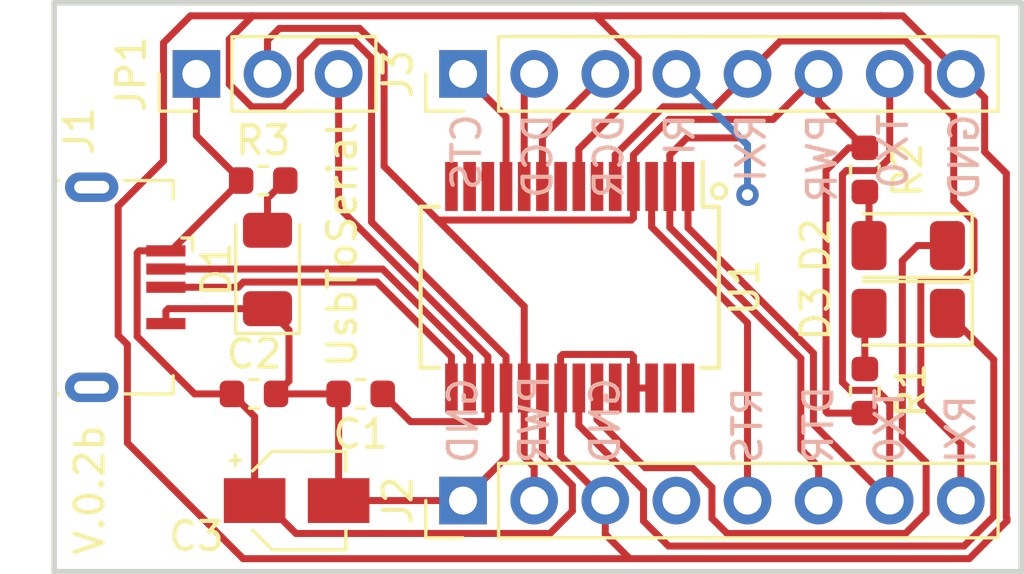
<source format=kicad_pcb>
(kicad_pcb (version 20171130) (host pcbnew "(5.0.1)-3")

  (general
    (thickness 1.6)
    (drawings 39)
    (tracks 208)
    (zones 0)
    (modules 14)
    (nets 27)
  )

  (page A4)
  (layers
    (0 F.Cu signal)
    (31 B.Cu signal)
    (32 B.Adhes user)
    (33 F.Adhes user)
    (34 B.Paste user)
    (35 F.Paste user)
    (36 B.SilkS user)
    (37 F.SilkS user)
    (38 B.Mask user)
    (39 F.Mask user)
    (40 Dwgs.User user)
    (41 Cmts.User user)
    (42 Eco1.User user hide)
    (43 Eco2.User user hide)
    (44 Edge.Cuts user)
    (45 Margin user)
    (46 B.CrtYd user)
    (47 F.CrtYd user)
    (48 B.Fab user hide)
    (49 F.Fab user hide)
  )

  (setup
    (last_trace_width 0.25)
    (trace_clearance 0.2)
    (zone_clearance 0.508)
    (zone_45_only no)
    (trace_min 0.2)
    (segment_width 0.2)
    (edge_width 0.15)
    (via_size 0.8)
    (via_drill 0.4)
    (via_min_size 0.4)
    (via_min_drill 0.3)
    (uvia_size 0.3)
    (uvia_drill 0.1)
    (uvias_allowed no)
    (uvia_min_size 0.2)
    (uvia_min_drill 0.1)
    (pcb_text_width 0.3)
    (pcb_text_size 1.5 1.5)
    (mod_edge_width 0.15)
    (mod_text_size 1 1)
    (mod_text_width 0.15)
    (pad_size 1.75 1.9)
    (pad_drill 0)
    (pad_to_mask_clearance 0.051)
    (solder_mask_min_width 0.25)
    (aux_axis_origin 0 0)
    (visible_elements 7FFFFFFF)
    (pcbplotparams
      (layerselection 0x010fc_ffffffff)
      (usegerberextensions false)
      (usegerberattributes false)
      (usegerberadvancedattributes false)
      (creategerberjobfile false)
      (excludeedgelayer true)
      (linewidth 0.100000)
      (plotframeref false)
      (viasonmask false)
      (mode 1)
      (useauxorigin false)
      (hpglpennumber 1)
      (hpglpenspeed 20)
      (hpglpendiameter 15.000000)
      (psnegative false)
      (psa4output false)
      (plotreference true)
      (plotvalue true)
      (plotinvisibletext false)
      (padsonsilk false)
      (subtractmaskfromsilk false)
      (outputformat 1)
      (mirror false)
      (drillshape 0)
      (scaleselection 1)
      (outputdirectory "Gerber/"))
  )

  (net 0 "")
  (net 1 +5V)
  (net 2 GNDREF)
  (net 3 "Net-(D2-Pad2)")
  (net 4 "Net-(D2-Pad1)")
  (net 5 "Net-(D3-Pad1)")
  (net 6 "Net-(D3-Pad2)")
  (net 7 "Net-(J1-Pad6)")
  (net 8 "Net-(J1-Pad2)")
  (net 9 "Net-(J1-Pad3)")
  (net 10 "Net-(U1-Pad12)")
  (net 11 "Net-(U1-Pad13)")
  (net 12 "Net-(U1-Pad14)")
  (net 13 "Net-(U1-Pad27)")
  (net 14 "Net-(U1-Pad28)")
  (net 15 "Net-(D1-Pad2)")
  (net 16 CTS)
  (net 17 PWR)
  (net 18 RXI)
  (net 19 DTR)
  (net 20 +3V3)
  (net 21 TX0)
  (net 22 RTS)
  (net 23 DCR)
  (net 24 DCD)
  (net 25 "Net-(J2-Pad4)")
  (net 26 "Net-(U1-Pad6)")

  (net_class Default "This is the default net class."
    (clearance 0.2)
    (trace_width 0.25)
    (via_dia 0.8)
    (via_drill 0.4)
    (uvia_dia 0.3)
    (uvia_drill 0.1)
    (add_net +3V3)
    (add_net +5V)
    (add_net CTS)
    (add_net DCD)
    (add_net DCR)
    (add_net DTR)
    (add_net GNDREF)
    (add_net "Net-(D1-Pad2)")
    (add_net "Net-(D2-Pad1)")
    (add_net "Net-(D2-Pad2)")
    (add_net "Net-(D3-Pad1)")
    (add_net "Net-(D3-Pad2)")
    (add_net "Net-(J1-Pad2)")
    (add_net "Net-(J1-Pad3)")
    (add_net "Net-(J1-Pad6)")
    (add_net "Net-(J2-Pad4)")
    (add_net "Net-(U1-Pad12)")
    (add_net "Net-(U1-Pad13)")
    (add_net "Net-(U1-Pad14)")
    (add_net "Net-(U1-Pad27)")
    (add_net "Net-(U1-Pad28)")
    (add_net "Net-(U1-Pad6)")
    (add_net PWR)
    (add_net RTS)
    (add_net RXI)
    (add_net TX0)
  )

  (module Connector_USB:USB_Micro-B_GCT_USB3076-30-A (layer F.Cu) (tedit 5D26EAAA) (tstamp 5D26F2D8)
    (at 80.645 80.01 270)
    (descr "GCT Micro USB https://gct.co/files/drawings/usb3076.pdf")
    (tags "Micro-USB SMD Typ-B GCT")
    (path /5D1BC55B)
    (attr smd)
    (fp_text reference J1 (at -5.588 1.651 270) (layer F.SilkS)
      (effects (font (size 1 1) (thickness 0.15)))
    )
    (fp_text value USB_B_Micro (at 0 5.2 270) (layer F.Fab)
      (effects (font (size 1 1) (thickness 0.15)))
    )
    (fp_line (start -4.6 4.45) (end 4.6 4.45) (layer F.CrtYd) (width 0.05))
    (fp_line (start 4.6 -2.65) (end 4.6 4.45) (layer F.CrtYd) (width 0.05))
    (fp_line (start -4.6 -2.65) (end 4.6 -2.65) (layer F.CrtYd) (width 0.05))
    (fp_line (start -4.6 4.45) (end -4.6 -2.65) (layer F.CrtYd) (width 0.05))
    (fp_text user "PCB Edge" (at 0 2.65 270) (layer Dwgs.User)
      (effects (font (size 0.5 0.5) (thickness 0.08)))
    )
    (fp_line (start -3.81 -1.71) (end -3.15 -1.71) (layer F.SilkS) (width 0.12))
    (fp_line (start -3.81 0.02) (end -3.81 -1.71) (layer F.SilkS) (width 0.12))
    (fp_line (start 3.81 2.59) (end 3.81 2.38) (layer F.SilkS) (width 0.12))
    (fp_line (start 3.7 3.95) (end 3.7 -1.6) (layer F.Fab) (width 0.1))
    (fp_line (start -3 2.65) (end 3 2.65) (layer F.Fab) (width 0.1))
    (fp_line (start -3.7 3.95) (end 3.7 3.95) (layer F.Fab) (width 0.1))
    (fp_line (start -3.7 -1.6) (end 3.7 -1.6) (layer F.Fab) (width 0.1))
    (fp_line (start -3.7 3.95) (end -3.7 -1.6) (layer F.Fab) (width 0.1))
    (fp_line (start -3.81 2.59) (end -3.81 2.38) (layer F.SilkS) (width 0.12))
    (fp_line (start 3.81 0.02) (end 3.81 -1.71) (layer F.SilkS) (width 0.12))
    (fp_line (start 3.81 -1.71) (end 3.16 -1.71) (layer F.SilkS) (width 0.12))
    (fp_text user %R (at 0 0.85 270) (layer F.Fab)
      (effects (font (size 1 1) (thickness 0.15)))
    )
    (fp_line (start -1.76 -2.41) (end -1.31 -2.41) (layer F.SilkS) (width 0.12))
    (fp_line (start -1.76 -2.41) (end -1.76 -2.02) (layer F.SilkS) (width 0.12))
    (fp_line (start -1.3 -1.75) (end -1.5 -1.95) (layer F.Fab) (width 0.1))
    (fp_line (start -1.1 -1.95) (end -1.3 -1.75) (layer F.Fab) (width 0.1))
    (fp_line (start -1.5 -2.16) (end -1.1 -2.16) (layer F.Fab) (width 0.1))
    (fp_line (start -1.5 -2.16) (end -1.5 -1.95) (layer F.Fab) (width 0.1))
    (fp_line (start -1.1 -2.16) (end -1.1 -1.95) (layer F.Fab) (width 0.1))
    (pad 2 smd rect (at -0.65 -1.45 270) (size 0.4 1.4) (layers F.Cu F.Paste F.Mask)
      (net 8 "Net-(J1-Pad2)"))
    (pad 1 smd rect (at -1.3 -1.45 270) (size 0.4 1.4) (layers F.Cu F.Paste F.Mask)
      (net 1 +5V))
    (pad 5 smd rect (at 1.3 -1.45 270) (size 0.4 1.4) (layers F.Cu F.Paste F.Mask)
      (net 2 GNDREF))
    (pad 3 smd rect (at 0 -1.45 270) (size 0.4 1.4) (layers F.Cu F.Paste F.Mask)
      (net 9 "Net-(J1-Pad3)"))
    (pad 6 thru_hole oval (at -3.575 1.2 90) (size 1.05 1.9) (drill oval 0.45 1.25) (layers *.Cu *.Mask)
      (net 7 "Net-(J1-Pad6)"))
    (pad 6 thru_hole oval (at 3.575 1.2 270) (size 1.05 1.9) (drill oval 0.45 1.25) (layers *.Cu *.Mask)
      (net 7 "Net-(J1-Pad6)"))
    (model ${KISYS3DMOD}/Connector_USB.3dshapes/USB_Micro-B_GCT_USB3076-30-A.wrl
      (at (xyz 0 0 0))
      (scale (xyz 1 1 1))
      (rotate (xyz 0 0 0))
    )
  )

  (module Capacitor_SMD:C_0603_1608Metric (layer F.Cu) (tedit 5B301BBE) (tstamp 5D26F243)
    (at 89.0525 83.82 180)
    (descr "Capacitor SMD 0603 (1608 Metric), square (rectangular) end terminal, IPC_7351 nominal, (Body size source: http://www.tortai-tech.com/upload/download/2011102023233369053.pdf), generated with kicad-footprint-generator")
    (tags capacitor)
    (path /5D1BD4CB)
    (attr smd)
    (fp_text reference C1 (at 0 -1.43 180) (layer F.SilkS)
      (effects (font (size 1 1) (thickness 0.15)))
    )
    (fp_text value 100nf (at 0 1.43 180) (layer F.Fab)
      (effects (font (size 1 1) (thickness 0.15)))
    )
    (fp_text user %R (at 0 0 180) (layer F.Fab)
      (effects (font (size 0.4 0.4) (thickness 0.06)))
    )
    (fp_line (start 1.48 0.73) (end -1.48 0.73) (layer F.CrtYd) (width 0.05))
    (fp_line (start 1.48 -0.73) (end 1.48 0.73) (layer F.CrtYd) (width 0.05))
    (fp_line (start -1.48 -0.73) (end 1.48 -0.73) (layer F.CrtYd) (width 0.05))
    (fp_line (start -1.48 0.73) (end -1.48 -0.73) (layer F.CrtYd) (width 0.05))
    (fp_line (start -0.162779 0.51) (end 0.162779 0.51) (layer F.SilkS) (width 0.12))
    (fp_line (start -0.162779 -0.51) (end 0.162779 -0.51) (layer F.SilkS) (width 0.12))
    (fp_line (start 0.8 0.4) (end -0.8 0.4) (layer F.Fab) (width 0.1))
    (fp_line (start 0.8 -0.4) (end 0.8 0.4) (layer F.Fab) (width 0.1))
    (fp_line (start -0.8 -0.4) (end 0.8 -0.4) (layer F.Fab) (width 0.1))
    (fp_line (start -0.8 0.4) (end -0.8 -0.4) (layer F.Fab) (width 0.1))
    (pad 2 smd roundrect (at 0.7875 0 180) (size 0.875 0.95) (layers F.Cu F.Paste F.Mask) (roundrect_rratio 0.25)
      (net 2 GNDREF))
    (pad 1 smd roundrect (at -0.7875 0 180) (size 0.875 0.95) (layers F.Cu F.Paste F.Mask) (roundrect_rratio 0.25)
      (net 20 +3V3))
    (model ${KISYS3DMOD}/Capacitor_SMD.3dshapes/C_0603_1608Metric.wrl
      (at (xyz 0 0 0))
      (scale (xyz 1 1 1))
      (rotate (xyz 0 0 0))
    )
  )

  (module Capacitor_SMD:C_0603_1608Metric (layer F.Cu) (tedit 5B301BBE) (tstamp 5D26F254)
    (at 85.2425 83.82)
    (descr "Capacitor SMD 0603 (1608 Metric), square (rectangular) end terminal, IPC_7351 nominal, (Body size source: http://www.tortai-tech.com/upload/download/2011102023233369053.pdf), generated with kicad-footprint-generator")
    (tags capacitor)
    (path /5D218603)
    (attr smd)
    (fp_text reference C2 (at 0 -1.43) (layer F.SilkS)
      (effects (font (size 1 1) (thickness 0.15)))
    )
    (fp_text value 100nF (at 0 1.43) (layer F.Fab)
      (effects (font (size 1 1) (thickness 0.15)))
    )
    (fp_line (start -0.8 0.4) (end -0.8 -0.4) (layer F.Fab) (width 0.1))
    (fp_line (start -0.8 -0.4) (end 0.8 -0.4) (layer F.Fab) (width 0.1))
    (fp_line (start 0.8 -0.4) (end 0.8 0.4) (layer F.Fab) (width 0.1))
    (fp_line (start 0.8 0.4) (end -0.8 0.4) (layer F.Fab) (width 0.1))
    (fp_line (start -0.162779 -0.51) (end 0.162779 -0.51) (layer F.SilkS) (width 0.12))
    (fp_line (start -0.162779 0.51) (end 0.162779 0.51) (layer F.SilkS) (width 0.12))
    (fp_line (start -1.48 0.73) (end -1.48 -0.73) (layer F.CrtYd) (width 0.05))
    (fp_line (start -1.48 -0.73) (end 1.48 -0.73) (layer F.CrtYd) (width 0.05))
    (fp_line (start 1.48 -0.73) (end 1.48 0.73) (layer F.CrtYd) (width 0.05))
    (fp_line (start 1.48 0.73) (end -1.48 0.73) (layer F.CrtYd) (width 0.05))
    (fp_text user %R (at 0 0) (layer F.Fab)
      (effects (font (size 0.4 0.4) (thickness 0.06)))
    )
    (pad 1 smd roundrect (at -0.7875 0) (size 0.875 0.95) (layers F.Cu F.Paste F.Mask) (roundrect_rratio 0.25)
      (net 1 +5V))
    (pad 2 smd roundrect (at 0.7875 0) (size 0.875 0.95) (layers F.Cu F.Paste F.Mask) (roundrect_rratio 0.25)
      (net 2 GNDREF))
    (model ${KISYS3DMOD}/Capacitor_SMD.3dshapes/C_0603_1608Metric.wrl
      (at (xyz 0 0 0))
      (scale (xyz 1 1 1))
      (rotate (xyz 0 0 0))
    )
  )

  (module Capacitor_SMD:CP_Elec_3x5.3 (layer F.Cu) (tedit 5D2CF0FF) (tstamp 5D26F278)
    (at 86.765 87.63)
    (descr "SMT capacitor, aluminium electrolytic, 3x5.3, Cornell Dubilier Electronics ")
    (tags "Capacitor Electrolytic")
    (path /5D21513F)
    (attr smd)
    (fp_text reference C3 (at -3.58 1.27) (layer F.SilkS)
      (effects (font (size 1 1) (thickness 0.15)))
    )
    (fp_text value 10uF (at 0 2.7) (layer F.Fab)
      (effects (font (size 1 1) (thickness 0.15)))
    )
    (fp_circle (center 0 0) (end 1.5 0) (layer F.Fab) (width 0.1))
    (fp_line (start 1.65 -1.65) (end 1.65 1.65) (layer F.Fab) (width 0.1))
    (fp_line (start -0.825 -1.65) (end 1.65 -1.65) (layer F.Fab) (width 0.1))
    (fp_line (start -0.825 1.65) (end 1.65 1.65) (layer F.Fab) (width 0.1))
    (fp_line (start -1.65 -0.825) (end -1.65 0.825) (layer F.Fab) (width 0.1))
    (fp_line (start -1.65 -0.825) (end -0.825 -1.65) (layer F.Fab) (width 0.1))
    (fp_line (start -1.65 0.825) (end -0.825 1.65) (layer F.Fab) (width 0.1))
    (fp_line (start -1.110469 -0.8) (end -0.810469 -0.8) (layer F.Fab) (width 0.1))
    (fp_line (start -0.960469 -0.95) (end -0.960469 -0.65) (layer F.Fab) (width 0.1))
    (fp_line (start 1.76 1.76) (end 1.76 1.06) (layer F.SilkS) (width 0.12))
    (fp_line (start 1.76 -1.76) (end 1.76 -1.06) (layer F.SilkS) (width 0.12))
    (fp_line (start -0.870563 -1.76) (end 1.76 -1.76) (layer F.SilkS) (width 0.12))
    (fp_line (start -0.870563 1.76) (end 1.76 1.76) (layer F.SilkS) (width 0.12))
    (fp_line (start -1.570563 -1.06) (end -0.870563 -1.76) (layer F.SilkS) (width 0.12))
    (fp_line (start -1.570563 1.06) (end -0.870563 1.76) (layer F.SilkS) (width 0.12))
    (fp_line (start -2.375 -1.435) (end -2 -1.435) (layer F.SilkS) (width 0.12))
    (fp_line (start -2.1875 -1.6225) (end -2.1875 -1.2475) (layer F.SilkS) (width 0.12))
    (fp_line (start 1.9 -1.9) (end 1.9 -1.05) (layer F.CrtYd) (width 0.05))
    (fp_line (start 1.9 -1.05) (end 2.85 -1.05) (layer F.CrtYd) (width 0.05))
    (fp_line (start 2.85 -1.05) (end 2.85 1.05) (layer F.CrtYd) (width 0.05))
    (fp_line (start 2.85 1.05) (end 1.9 1.05) (layer F.CrtYd) (width 0.05))
    (fp_line (start 1.9 1.05) (end 1.9 1.9) (layer F.CrtYd) (width 0.05))
    (fp_line (start -0.93 1.9) (end 1.9 1.9) (layer F.CrtYd) (width 0.05))
    (fp_line (start -0.93 -1.9) (end 1.9 -1.9) (layer F.CrtYd) (width 0.05))
    (fp_line (start -1.78 1.05) (end -0.93 1.9) (layer F.CrtYd) (width 0.05))
    (fp_line (start -1.78 -1.05) (end -0.93 -1.9) (layer F.CrtYd) (width 0.05))
    (fp_line (start -1.78 -1.05) (end -2.85 -1.05) (layer F.CrtYd) (width 0.05))
    (fp_line (start -2.85 -1.05) (end -2.85 1.05) (layer F.CrtYd) (width 0.05))
    (fp_line (start -2.85 1.05) (end -1.78 1.05) (layer F.CrtYd) (width 0.05))
    (fp_text user %R (at 0 0) (layer F.Fab)
      (effects (font (size 0.6 0.6) (thickness 0.09)))
    )
    (pad 1 smd rect (at -1.5 0) (size 2.2 1.6) (layers F.Cu F.Paste F.Mask)
      (net 1 +5V))
    (pad 2 smd rect (at 1.5 0) (size 2.2 1.6) (layers F.Cu F.Paste F.Mask)
      (net 2 GNDREF))
    (model ${KISYS3DMOD}/Capacitor_SMD.3dshapes/CP_Elec_3x5.3.wrl
      (at (xyz 0 0 0))
      (scale (xyz 1 1 1))
      (rotate (xyz 0 0 0))
    )
  )

  (module LED_SMD:LED_1206_3216Metric (layer F.Cu) (tedit 5D28FE30) (tstamp 5D26F28B)
    (at 85.725 79.375 90)
    (descr "LED SMD 1206 (3216 Metric), square (rectangular) end terminal, IPC_7351 nominal, (Body size source: http://www.tortai-tech.com/upload/download/2011102023233369053.pdf), generated with kicad-footprint-generator")
    (tags diode)
    (path /5D1BE218)
    (attr smd)
    (fp_text reference D1 (at 0 -1.82 90) (layer F.SilkS)
      (effects (font (size 1 1) (thickness 0.15)))
    )
    (fp_text value PWR_LED (at 0 1.82 90) (layer F.Fab)
      (effects (font (size 1 1) (thickness 0.15)))
    )
    (fp_line (start 1.6 -0.8) (end -1.2 -0.8) (layer F.Fab) (width 0.1))
    (fp_line (start -1.2 -0.8) (end -1.6 -0.4) (layer F.Fab) (width 0.1))
    (fp_line (start -1.6 -0.4) (end -1.6 0.8) (layer F.Fab) (width 0.1))
    (fp_line (start -1.6 0.8) (end 1.6 0.8) (layer F.Fab) (width 0.1))
    (fp_line (start 1.6 0.8) (end 1.6 -0.8) (layer F.Fab) (width 0.1))
    (fp_line (start 1.6 -1.135) (end -2.285 -1.135) (layer F.SilkS) (width 0.12))
    (fp_line (start -2.285 -1.135) (end -2.285 1.135) (layer F.SilkS) (width 0.12))
    (fp_line (start -2.285 1.135) (end 1.6 1.135) (layer F.SilkS) (width 0.12))
    (fp_line (start -2.28 1.12) (end -2.28 -1.12) (layer F.CrtYd) (width 0.05))
    (fp_line (start -2.28 -1.12) (end 2.28 -1.12) (layer F.CrtYd) (width 0.05))
    (fp_line (start 2.28 -1.12) (end 2.28 1.12) (layer F.CrtYd) (width 0.05))
    (fp_line (start 2.28 1.12) (end -2.28 1.12) (layer F.CrtYd) (width 0.05))
    (fp_text user %R (at 0 0 90) (layer F.Fab)
      (effects (font (size 0.8 0.8) (thickness 0.12)))
    )
    (pad 1 smd roundrect (at -1.4 0 90) (size 1.25 1.75) (layers F.Cu F.Paste F.Mask) (roundrect_rratio 0.2)
      (net 2 GNDREF))
    (pad 2 smd roundrect (at 1.4 0 90) (size 1.25 1.75) (layers F.Cu F.Paste F.Mask) (roundrect_rratio 0.2)
      (net 15 "Net-(D1-Pad2)"))
    (model ${KISYS3DMOD}/LED_SMD.3dshapes/LED_1206_3216Metric.wrl
      (at (xyz 0 0 0))
      (scale (xyz 1 1 1))
      (rotate (xyz 0 0 0))
    )
  )

  (module LED_SMD:LED_1206_3216Metric (layer F.Cu) (tedit 5B301BBE) (tstamp 5D26F29E)
    (at 108.611 78.520993 180)
    (descr "LED SMD 1206 (3216 Metric), square (rectangular) end terminal, IPC_7351 nominal, (Body size source: http://www.tortai-tech.com/upload/download/2011102023233369053.pdf), generated with kicad-footprint-generator")
    (tags diode)
    (path /5D1CD1E4)
    (attr smd)
    (fp_text reference D2 (at 3.305 0 270) (layer F.SilkS)
      (effects (font (size 1 1) (thickness 0.15)))
    )
    (fp_text value TX_LED (at 0 1.82 180) (layer F.Fab)
      (effects (font (size 1 1) (thickness 0.15)))
    )
    (fp_text user %R (at 0 0 180) (layer F.Fab)
      (effects (font (size 0.8 0.8) (thickness 0.12)))
    )
    (fp_line (start 2.28 1.12) (end -2.28 1.12) (layer F.CrtYd) (width 0.05))
    (fp_line (start 2.28 -1.12) (end 2.28 1.12) (layer F.CrtYd) (width 0.05))
    (fp_line (start -2.28 -1.12) (end 2.28 -1.12) (layer F.CrtYd) (width 0.05))
    (fp_line (start -2.28 1.12) (end -2.28 -1.12) (layer F.CrtYd) (width 0.05))
    (fp_line (start -2.285 1.135) (end 1.6 1.135) (layer F.SilkS) (width 0.12))
    (fp_line (start -2.285 -1.135) (end -2.285 1.135) (layer F.SilkS) (width 0.12))
    (fp_line (start 1.6 -1.135) (end -2.285 -1.135) (layer F.SilkS) (width 0.12))
    (fp_line (start 1.6 0.8) (end 1.6 -0.8) (layer F.Fab) (width 0.1))
    (fp_line (start -1.6 0.8) (end 1.6 0.8) (layer F.Fab) (width 0.1))
    (fp_line (start -1.6 -0.4) (end -1.6 0.8) (layer F.Fab) (width 0.1))
    (fp_line (start -1.2 -0.8) (end -1.6 -0.4) (layer F.Fab) (width 0.1))
    (fp_line (start 1.6 -0.8) (end -1.2 -0.8) (layer F.Fab) (width 0.1))
    (pad 2 smd roundrect (at 1.4 0 180) (size 1.25 1.75) (layers F.Cu F.Paste F.Mask) (roundrect_rratio 0.2)
      (net 3 "Net-(D2-Pad2)"))
    (pad 1 smd roundrect (at -1.4 0 180) (size 1.25 1.75) (layers F.Cu F.Paste F.Mask) (roundrect_rratio 0.2)
      (net 4 "Net-(D2-Pad1)"))
    (model ${KISYS3DMOD}/LED_SMD.3dshapes/LED_1206_3216Metric.wrl
      (at (xyz 0 0 0))
      (scale (xyz 1 1 1))
      (rotate (xyz 0 0 0))
    )
  )

  (module LED_SMD:LED_1206_3216Metric (layer F.Cu) (tedit 5B301BBE) (tstamp 5D26F2B1)
    (at 108.611 80.943486 180)
    (descr "LED SMD 1206 (3216 Metric), square (rectangular) end terminal, IPC_7351 nominal, (Body size source: http://www.tortai-tech.com/upload/download/2011102023233369053.pdf), generated with kicad-footprint-generator")
    (tags diode)
    (path /5D1CD2B1)
    (attr smd)
    (fp_text reference D3 (at 3.305 0 270) (layer F.SilkS)
      (effects (font (size 1 1) (thickness 0.15)))
    )
    (fp_text value RX_LED (at 0 1.82 180) (layer F.Fab)
      (effects (font (size 1 1) (thickness 0.15)))
    )
    (fp_line (start 1.6 -0.8) (end -1.2 -0.8) (layer F.Fab) (width 0.1))
    (fp_line (start -1.2 -0.8) (end -1.6 -0.4) (layer F.Fab) (width 0.1))
    (fp_line (start -1.6 -0.4) (end -1.6 0.8) (layer F.Fab) (width 0.1))
    (fp_line (start -1.6 0.8) (end 1.6 0.8) (layer F.Fab) (width 0.1))
    (fp_line (start 1.6 0.8) (end 1.6 -0.8) (layer F.Fab) (width 0.1))
    (fp_line (start 1.6 -1.135) (end -2.285 -1.135) (layer F.SilkS) (width 0.12))
    (fp_line (start -2.285 -1.135) (end -2.285 1.135) (layer F.SilkS) (width 0.12))
    (fp_line (start -2.285 1.135) (end 1.6 1.135) (layer F.SilkS) (width 0.12))
    (fp_line (start -2.28 1.12) (end -2.28 -1.12) (layer F.CrtYd) (width 0.05))
    (fp_line (start -2.28 -1.12) (end 2.28 -1.12) (layer F.CrtYd) (width 0.05))
    (fp_line (start 2.28 -1.12) (end 2.28 1.12) (layer F.CrtYd) (width 0.05))
    (fp_line (start 2.28 1.12) (end -2.28 1.12) (layer F.CrtYd) (width 0.05))
    (fp_text user %R (at 0 0 180) (layer F.Fab)
      (effects (font (size 0.8 0.8) (thickness 0.12)))
    )
    (pad 1 smd roundrect (at -1.4 0 180) (size 1.25 1.75) (layers F.Cu F.Paste F.Mask) (roundrect_rratio 0.2)
      (net 5 "Net-(D3-Pad1)"))
    (pad 2 smd roundrect (at 1.4 0 180) (size 1.25 1.75) (layers F.Cu F.Paste F.Mask) (roundrect_rratio 0.2)
      (net 6 "Net-(D3-Pad2)"))
    (model ${KISYS3DMOD}/LED_SMD.3dshapes/LED_1206_3216Metric.wrl
      (at (xyz 0 0 0))
      (scale (xyz 1 1 1))
      (rotate (xyz 0 0 0))
    )
  )

  (module Connector_PinHeader_2.54mm:PinHeader_1x03_P2.54mm_Vertical (layer F.Cu) (tedit 59FED5CC) (tstamp 5D26F321)
    (at 83.185 72.39 90)
    (descr "Through hole straight pin header, 1x03, 2.54mm pitch, single row")
    (tags "Through hole pin header THT 1x03 2.54mm single row")
    (path /5D1BFD16)
    (fp_text reference JP1 (at 0 -2.33 90) (layer F.SilkS)
      (effects (font (size 1 1) (thickness 0.15)))
    )
    (fp_text value PowerSelect (at -2.54 2.54 180) (layer F.Fab)
      (effects (font (size 1 1) (thickness 0.15)))
    )
    (fp_line (start -0.635 -1.27) (end 1.27 -1.27) (layer F.Fab) (width 0.1))
    (fp_line (start 1.27 -1.27) (end 1.27 6.35) (layer F.Fab) (width 0.1))
    (fp_line (start 1.27 6.35) (end -1.27 6.35) (layer F.Fab) (width 0.1))
    (fp_line (start -1.27 6.35) (end -1.27 -0.635) (layer F.Fab) (width 0.1))
    (fp_line (start -1.27 -0.635) (end -0.635 -1.27) (layer F.Fab) (width 0.1))
    (fp_line (start -1.33 6.41) (end 1.33 6.41) (layer F.SilkS) (width 0.12))
    (fp_line (start -1.33 1.27) (end -1.33 6.41) (layer F.SilkS) (width 0.12))
    (fp_line (start 1.33 1.27) (end 1.33 6.41) (layer F.SilkS) (width 0.12))
    (fp_line (start -1.33 1.27) (end 1.33 1.27) (layer F.SilkS) (width 0.12))
    (fp_line (start -1.33 0) (end -1.33 -1.33) (layer F.SilkS) (width 0.12))
    (fp_line (start -1.33 -1.33) (end 0 -1.33) (layer F.SilkS) (width 0.12))
    (fp_line (start -1.8 -1.8) (end -1.8 6.85) (layer F.CrtYd) (width 0.05))
    (fp_line (start -1.8 6.85) (end 1.8 6.85) (layer F.CrtYd) (width 0.05))
    (fp_line (start 1.8 6.85) (end 1.8 -1.8) (layer F.CrtYd) (width 0.05))
    (fp_line (start 1.8 -1.8) (end -1.8 -1.8) (layer F.CrtYd) (width 0.05))
    (fp_text user %R (at 0 2.54 180) (layer F.Fab)
      (effects (font (size 1 1) (thickness 0.15)))
    )
    (pad 1 thru_hole rect (at 0 0 90) (size 1.7 1.7) (drill 1) (layers *.Cu *.Mask)
      (net 1 +5V))
    (pad 2 thru_hole oval (at 0 2.54 90) (size 1.7 1.7) (drill 1) (layers *.Cu *.Mask)
      (net 17 PWR))
    (pad 3 thru_hole oval (at 0 5.08 90) (size 1.7 1.7) (drill 1) (layers *.Cu *.Mask)
      (net 20 +3V3))
    (model ${KISYS3DMOD}/Connector_PinHeader_2.54mm.3dshapes/PinHeader_1x03_P2.54mm_Vertical.wrl
      (at (xyz 0 0 0))
      (scale (xyz 1 1 1))
      (rotate (xyz 0 0 0))
    )
  )

  (module Resistor_SMD:R_0603_1608Metric (layer F.Cu) (tedit 5B301BBD) (tstamp 5D26F332)
    (at 107.061 83.7185 270)
    (descr "Resistor SMD 0603 (1608 Metric), square (rectangular) end terminal, IPC_7351 nominal, (Body size source: http://www.tortai-tech.com/upload/download/2011102023233369053.pdf), generated with kicad-footprint-generator")
    (tags resistor)
    (path /5D1D04C6)
    (attr smd)
    (fp_text reference R1 (at -0.0255 -1.651 270) (layer F.SilkS)
      (effects (font (size 1 1) (thickness 0.15)))
    )
    (fp_text value RX_R (at 0 1.43 270) (layer F.Fab)
      (effects (font (size 1 1) (thickness 0.15)))
    )
    (fp_line (start -0.8 0.4) (end -0.8 -0.4) (layer F.Fab) (width 0.1))
    (fp_line (start -0.8 -0.4) (end 0.8 -0.4) (layer F.Fab) (width 0.1))
    (fp_line (start 0.8 -0.4) (end 0.8 0.4) (layer F.Fab) (width 0.1))
    (fp_line (start 0.8 0.4) (end -0.8 0.4) (layer F.Fab) (width 0.1))
    (fp_line (start -0.162779 -0.51) (end 0.162779 -0.51) (layer F.SilkS) (width 0.12))
    (fp_line (start -0.162779 0.51) (end 0.162779 0.51) (layer F.SilkS) (width 0.12))
    (fp_line (start -1.48 0.73) (end -1.48 -0.73) (layer F.CrtYd) (width 0.05))
    (fp_line (start -1.48 -0.73) (end 1.48 -0.73) (layer F.CrtYd) (width 0.05))
    (fp_line (start 1.48 -0.73) (end 1.48 0.73) (layer F.CrtYd) (width 0.05))
    (fp_line (start 1.48 0.73) (end -1.48 0.73) (layer F.CrtYd) (width 0.05))
    (fp_text user %R (at 0 0 270) (layer F.Fab)
      (effects (font (size 0.4 0.4) (thickness 0.06)))
    )
    (pad 1 smd roundrect (at -0.7875 0 270) (size 0.875 0.95) (layers F.Cu F.Paste F.Mask) (roundrect_rratio 0.25)
      (net 6 "Net-(D3-Pad2)"))
    (pad 2 smd roundrect (at 0.7875 0 270) (size 0.875 0.95) (layers F.Cu F.Paste F.Mask) (roundrect_rratio 0.25)
      (net 17 PWR))
    (model ${KISYS3DMOD}/Resistor_SMD.3dshapes/R_0603_1608Metric.wrl
      (at (xyz 0 0 0))
      (scale (xyz 1 1 1))
      (rotate (xyz 0 0 0))
    )
  )

  (module Resistor_SMD:R_0603_1608Metric (layer F.Cu) (tedit 5B301BBD) (tstamp 5D26F343)
    (at 107.061 75.819 90)
    (descr "Resistor SMD 0603 (1608 Metric), square (rectangular) end terminal, IPC_7351 nominal, (Body size source: http://www.tortai-tech.com/upload/download/2011102023233369053.pdf), generated with kicad-footprint-generator")
    (tags resistor)
    (path /5D1D051F)
    (attr smd)
    (fp_text reference R2 (at 0 1.524 90) (layer F.SilkS)
      (effects (font (size 1 1) (thickness 0.15)))
    )
    (fp_text value TX_R (at 0 1.43 90) (layer F.Fab)
      (effects (font (size 1 1) (thickness 0.15)))
    )
    (fp_text user %R (at 0 0 90) (layer F.Fab)
      (effects (font (size 0.4 0.4) (thickness 0.06)))
    )
    (fp_line (start 1.48 0.73) (end -1.48 0.73) (layer F.CrtYd) (width 0.05))
    (fp_line (start 1.48 -0.73) (end 1.48 0.73) (layer F.CrtYd) (width 0.05))
    (fp_line (start -1.48 -0.73) (end 1.48 -0.73) (layer F.CrtYd) (width 0.05))
    (fp_line (start -1.48 0.73) (end -1.48 -0.73) (layer F.CrtYd) (width 0.05))
    (fp_line (start -0.162779 0.51) (end 0.162779 0.51) (layer F.SilkS) (width 0.12))
    (fp_line (start -0.162779 -0.51) (end 0.162779 -0.51) (layer F.SilkS) (width 0.12))
    (fp_line (start 0.8 0.4) (end -0.8 0.4) (layer F.Fab) (width 0.1))
    (fp_line (start 0.8 -0.4) (end 0.8 0.4) (layer F.Fab) (width 0.1))
    (fp_line (start -0.8 -0.4) (end 0.8 -0.4) (layer F.Fab) (width 0.1))
    (fp_line (start -0.8 0.4) (end -0.8 -0.4) (layer F.Fab) (width 0.1))
    (pad 2 smd roundrect (at 0.7875 0 90) (size 0.875 0.95) (layers F.Cu F.Paste F.Mask) (roundrect_rratio 0.25)
      (net 17 PWR))
    (pad 1 smd roundrect (at -0.7875 0 90) (size 0.875 0.95) (layers F.Cu F.Paste F.Mask) (roundrect_rratio 0.25)
      (net 3 "Net-(D2-Pad2)"))
    (model ${KISYS3DMOD}/Resistor_SMD.3dshapes/R_0603_1608Metric.wrl
      (at (xyz 0 0 0))
      (scale (xyz 1 1 1))
      (rotate (xyz 0 0 0))
    )
  )

  (module Resistor_SMD:R_0603_1608Metric (layer F.Cu) (tedit 5B301BBD) (tstamp 5D26F354)
    (at 85.5725 76.2)
    (descr "Resistor SMD 0603 (1608 Metric), square (rectangular) end terminal, IPC_7351 nominal, (Body size source: http://www.tortai-tech.com/upload/download/2011102023233369053.pdf), generated with kicad-footprint-generator")
    (tags resistor)
    (path /5D1E397F)
    (attr smd)
    (fp_text reference R3 (at 0 -1.43) (layer F.SilkS)
      (effects (font (size 1 1) (thickness 0.15)))
    )
    (fp_text value R_Small (at 0 1.43) (layer F.Fab)
      (effects (font (size 1 1) (thickness 0.15)))
    )
    (fp_line (start -0.8 0.4) (end -0.8 -0.4) (layer F.Fab) (width 0.1))
    (fp_line (start -0.8 -0.4) (end 0.8 -0.4) (layer F.Fab) (width 0.1))
    (fp_line (start 0.8 -0.4) (end 0.8 0.4) (layer F.Fab) (width 0.1))
    (fp_line (start 0.8 0.4) (end -0.8 0.4) (layer F.Fab) (width 0.1))
    (fp_line (start -0.162779 -0.51) (end 0.162779 -0.51) (layer F.SilkS) (width 0.12))
    (fp_line (start -0.162779 0.51) (end 0.162779 0.51) (layer F.SilkS) (width 0.12))
    (fp_line (start -1.48 0.73) (end -1.48 -0.73) (layer F.CrtYd) (width 0.05))
    (fp_line (start -1.48 -0.73) (end 1.48 -0.73) (layer F.CrtYd) (width 0.05))
    (fp_line (start 1.48 -0.73) (end 1.48 0.73) (layer F.CrtYd) (width 0.05))
    (fp_line (start 1.48 0.73) (end -1.48 0.73) (layer F.CrtYd) (width 0.05))
    (fp_text user %R (at 0 0) (layer F.Fab)
      (effects (font (size 0.4 0.4) (thickness 0.06)))
    )
    (pad 1 smd roundrect (at -0.7875 0) (size 0.875 0.95) (layers F.Cu F.Paste F.Mask) (roundrect_rratio 0.25)
      (net 1 +5V))
    (pad 2 smd roundrect (at 0.7875 0) (size 0.875 0.95) (layers F.Cu F.Paste F.Mask) (roundrect_rratio 0.25)
      (net 15 "Net-(D1-Pad2)"))
    (model ${KISYS3DMOD}/Resistor_SMD.3dshapes/R_0603_1608Metric.wrl
      (at (xyz 0 0 0))
      (scale (xyz 1 1 1))
      (rotate (xyz 0 0 0))
    )
  )

  (module Package_SO:SSOP-28_5.3x10.2mm_P0.65mm (layer F.Cu) (tedit 5A02F25C) (tstamp 5D26F385)
    (at 96.52 80.01 270)
    (descr "28-Lead Plastic Shrink Small Outline (SS)-5.30 mm Body [SSOP] (see Microchip Packaging Specification 00000049BS.pdf)")
    (tags "SSOP 0.65")
    (path /5D1B87B5)
    (attr smd)
    (fp_text reference U1 (at 0 -6.25 270) (layer F.SilkS)
      (effects (font (size 1 1) (thickness 0.15)))
    )
    (fp_text value FT232RL (at 0 6.25 270) (layer F.Fab)
      (effects (font (size 1 1) (thickness 0.15)))
    )
    (fp_line (start -1.65 -5.1) (end 2.65 -5.1) (layer F.Fab) (width 0.15))
    (fp_line (start 2.65 -5.1) (end 2.65 5.1) (layer F.Fab) (width 0.15))
    (fp_line (start 2.65 5.1) (end -2.65 5.1) (layer F.Fab) (width 0.15))
    (fp_line (start -2.65 5.1) (end -2.65 -4.1) (layer F.Fab) (width 0.15))
    (fp_line (start -2.65 -4.1) (end -1.65 -5.1) (layer F.Fab) (width 0.15))
    (fp_line (start -4.75 -5.5) (end -4.75 5.5) (layer F.CrtYd) (width 0.05))
    (fp_line (start 4.75 -5.5) (end 4.75 5.5) (layer F.CrtYd) (width 0.05))
    (fp_line (start -4.75 -5.5) (end 4.75 -5.5) (layer F.CrtYd) (width 0.05))
    (fp_line (start -4.75 5.5) (end 4.75 5.5) (layer F.CrtYd) (width 0.05))
    (fp_line (start -2.875 -5.325) (end -2.875 -4.75) (layer F.SilkS) (width 0.15))
    (fp_line (start 2.875 -5.325) (end 2.875 -4.675) (layer F.SilkS) (width 0.15))
    (fp_line (start 2.875 5.325) (end 2.875 4.675) (layer F.SilkS) (width 0.15))
    (fp_line (start -2.875 5.325) (end -2.875 4.675) (layer F.SilkS) (width 0.15))
    (fp_line (start -2.875 -5.325) (end 2.875 -5.325) (layer F.SilkS) (width 0.15))
    (fp_line (start -2.875 5.325) (end 2.875 5.325) (layer F.SilkS) (width 0.15))
    (fp_line (start -2.875 -4.75) (end -4.475 -4.75) (layer F.SilkS) (width 0.15))
    (fp_text user %R (at 0 0 270) (layer F.Fab)
      (effects (font (size 0.8 0.8) (thickness 0.15)))
    )
    (pad 1 smd rect (at -3.6 -4.225 270) (size 1.75 0.45) (layers F.Cu F.Paste F.Mask)
      (net 21 TX0))
    (pad 2 smd rect (at -3.6 -3.575 270) (size 1.75 0.45) (layers F.Cu F.Paste F.Mask)
      (net 19 DTR))
    (pad 3 smd rect (at -3.6 -2.925 270) (size 1.75 0.45) (layers F.Cu F.Paste F.Mask)
      (net 22 RTS))
    (pad 4 smd rect (at -3.6 -2.275 270) (size 1.75 0.45) (layers F.Cu F.Paste F.Mask)
      (net 17 PWR))
    (pad 5 smd rect (at -3.6 -1.625 270) (size 1.75 0.45) (layers F.Cu F.Paste F.Mask)
      (net 18 RXI))
    (pad 6 smd rect (at -3.6 -0.975 270) (size 1.75 0.45) (layers F.Cu F.Paste F.Mask)
      (net 26 "Net-(U1-Pad6)"))
    (pad 7 smd rect (at -3.6 -0.325 270) (size 1.75 0.45) (layers F.Cu F.Paste F.Mask)
      (net 2 GNDREF))
    (pad 8 smd rect (at -3.6 0.325 270) (size 1.75 0.45) (layers F.Cu F.Paste F.Mask))
    (pad 9 smd rect (at -3.6 0.975 270) (size 1.75 0.45) (layers F.Cu F.Paste F.Mask)
      (net 23 DCR))
    (pad 10 smd rect (at -3.6 1.625 270) (size 1.75 0.45) (layers F.Cu F.Paste F.Mask)
      (net 24 DCD))
    (pad 11 smd rect (at -3.6 2.275 270) (size 1.75 0.45) (layers F.Cu F.Paste F.Mask)
      (net 16 CTS))
    (pad 12 smd rect (at -3.6 2.925 270) (size 1.75 0.45) (layers F.Cu F.Paste F.Mask)
      (net 10 "Net-(U1-Pad12)"))
    (pad 13 smd rect (at -3.6 3.575 270) (size 1.75 0.45) (layers F.Cu F.Paste F.Mask)
      (net 11 "Net-(U1-Pad13)"))
    (pad 14 smd rect (at -3.6 4.225 270) (size 1.75 0.45) (layers F.Cu F.Paste F.Mask)
      (net 12 "Net-(U1-Pad14)"))
    (pad 15 smd rect (at 3.6 4.225 270) (size 1.75 0.45) (layers F.Cu F.Paste F.Mask)
      (net 9 "Net-(J1-Pad3)"))
    (pad 16 smd rect (at 3.6 3.575 270) (size 1.75 0.45) (layers F.Cu F.Paste F.Mask)
      (net 8 "Net-(J1-Pad2)"))
    (pad 17 smd rect (at 3.6 2.925 270) (size 1.75 0.45) (layers F.Cu F.Paste F.Mask)
      (net 20 +3V3))
    (pad 18 smd rect (at 3.6 2.275 270) (size 1.75 0.45) (layers F.Cu F.Paste F.Mask)
      (net 2 GNDREF))
    (pad 19 smd rect (at 3.6 1.625 270) (size 1.75 0.45) (layers F.Cu F.Paste F.Mask)
      (net 17 PWR))
    (pad 20 smd rect (at 3.6 0.975 270) (size 1.75 0.45) (layers F.Cu F.Paste F.Mask)
      (net 1 +5V))
    (pad 21 smd rect (at 3.6 0.325 270) (size 1.75 0.45) (layers F.Cu F.Paste F.Mask)
      (net 2 GNDREF))
    (pad 22 smd rect (at 3.6 -0.325 270) (size 1.75 0.45) (layers F.Cu F.Paste F.Mask)
      (net 5 "Net-(D3-Pad1)"))
    (pad 23 smd rect (at 3.6 -0.975 270) (size 1.75 0.45) (layers F.Cu F.Paste F.Mask)
      (net 4 "Net-(D2-Pad1)"))
    (pad 24 smd rect (at 3.6 -1.625 270) (size 1.75 0.45) (layers F.Cu F.Paste F.Mask))
    (pad 25 smd rect (at 3.6 -2.275 270) (size 1.75 0.45) (layers F.Cu F.Paste F.Mask)
      (net 2 GNDREF))
    (pad 26 smd rect (at 3.6 -2.925 270) (size 1.75 0.45) (layers F.Cu F.Paste F.Mask)
      (net 2 GNDREF))
    (pad 27 smd rect (at 3.6 -3.575 270) (size 1.75 0.45) (layers F.Cu F.Paste F.Mask)
      (net 13 "Net-(U1-Pad27)"))
    (pad 28 smd rect (at 3.6 -4.225 270) (size 1.75 0.45) (layers F.Cu F.Paste F.Mask)
      (net 14 "Net-(U1-Pad28)"))
    (model ${KISYS3DMOD}/Package_SO.3dshapes/SSOP-28_5.3x10.2mm_P0.65mm.wrl
      (at (xyz 0 0 0))
      (scale (xyz 1 1 1))
      (rotate (xyz 0 0 0))
    )
  )

  (module Connector_PinHeader_2.54mm:PinHeader_1x08_P2.54mm_Vertical locked (layer F.Cu) (tedit 59FED5CC) (tstamp 5D3C2AF6)
    (at 92.71 87.63 90)
    (descr "Through hole straight pin header, 1x08, 2.54mm pitch, single row")
    (tags "Through hole pin header THT 1x08 2.54mm single row")
    (path /5D28816E)
    (fp_text reference J2 (at 0 -2.33 90) (layer F.SilkS)
      (effects (font (size 1 1) (thickness 0.15)))
    )
    (fp_text value Conn_01x08_Male (at 0 20.11 90) (layer F.Fab)
      (effects (font (size 1 1) (thickness 0.15)))
    )
    (fp_text user %R (at 0 8.89 180) (layer F.Fab)
      (effects (font (size 1 1) (thickness 0.15)))
    )
    (fp_line (start 1.8 -1.8) (end -1.8 -1.8) (layer F.CrtYd) (width 0.05))
    (fp_line (start 1.8 19.55) (end 1.8 -1.8) (layer F.CrtYd) (width 0.05))
    (fp_line (start -1.8 19.55) (end 1.8 19.55) (layer F.CrtYd) (width 0.05))
    (fp_line (start -1.8 -1.8) (end -1.8 19.55) (layer F.CrtYd) (width 0.05))
    (fp_line (start -1.33 -1.33) (end 0 -1.33) (layer F.SilkS) (width 0.12))
    (fp_line (start -1.33 0) (end -1.33 -1.33) (layer F.SilkS) (width 0.12))
    (fp_line (start -1.33 1.27) (end 1.33 1.27) (layer F.SilkS) (width 0.12))
    (fp_line (start 1.33 1.27) (end 1.33 19.11) (layer F.SilkS) (width 0.12))
    (fp_line (start -1.33 1.27) (end -1.33 19.11) (layer F.SilkS) (width 0.12))
    (fp_line (start -1.33 19.11) (end 1.33 19.11) (layer F.SilkS) (width 0.12))
    (fp_line (start -1.27 -0.635) (end -0.635 -1.27) (layer F.Fab) (width 0.1))
    (fp_line (start -1.27 19.05) (end -1.27 -0.635) (layer F.Fab) (width 0.1))
    (fp_line (start 1.27 19.05) (end -1.27 19.05) (layer F.Fab) (width 0.1))
    (fp_line (start 1.27 -1.27) (end 1.27 19.05) (layer F.Fab) (width 0.1))
    (fp_line (start -0.635 -1.27) (end 1.27 -1.27) (layer F.Fab) (width 0.1))
    (pad 8 thru_hole oval (at 0 17.78 90) (size 1.7 1.7) (drill 1) (layers *.Cu *.Mask)
      (net 18 RXI))
    (pad 7 thru_hole oval (at 0 15.24 90) (size 1.7 1.7) (drill 1) (layers *.Cu *.Mask)
      (net 21 TX0))
    (pad 6 thru_hole oval (at 0 12.7 90) (size 1.7 1.7) (drill 1) (layers *.Cu *.Mask)
      (net 19 DTR))
    (pad 5 thru_hole oval (at 0 10.16 90) (size 1.7 1.7) (drill 1) (layers *.Cu *.Mask)
      (net 22 RTS))
    (pad 4 thru_hole oval (at 0 7.62 90) (size 1.7 1.7) (drill 1) (layers *.Cu *.Mask)
      (net 25 "Net-(J2-Pad4)"))
    (pad 3 thru_hole oval (at 0 5.08 90) (size 1.7 1.7) (drill 1) (layers *.Cu *.Mask)
      (net 2 GNDREF))
    (pad 2 thru_hole oval (at 0 2.54 90) (size 1.7 1.7) (drill 1) (layers *.Cu *.Mask)
      (net 17 PWR))
    (pad 1 thru_hole rect (at 0 0 90) (size 1.7 1.7) (drill 1) (layers *.Cu *.Mask)
      (net 2 GNDREF))
    (model ${KISYS3DMOD}/Connector_PinHeader_2.54mm.3dshapes/PinHeader_1x08_P2.54mm_Vertical.wrl
      (at (xyz 0 0 0))
      (scale (xyz 1 1 1))
      (rotate (xyz 0 0 0))
    )
  )

  (module Connector_PinHeader_2.54mm:PinHeader_1x08_P2.54mm_Vertical locked (layer F.Cu) (tedit 59FED5CC) (tstamp 5D3C2B12)
    (at 92.71 72.39 90)
    (descr "Through hole straight pin header, 1x08, 2.54mm pitch, single row")
    (tags "Through hole pin header THT 1x08 2.54mm single row")
    (path /5D288061)
    (fp_text reference J3 (at 0 -2.33 90) (layer F.SilkS)
      (effects (font (size 1 1) (thickness 0.15)))
    )
    (fp_text value Conn_01x08_Male (at 0 20.11 90) (layer F.Fab)
      (effects (font (size 1 1) (thickness 0.15)))
    )
    (fp_line (start -0.635 -1.27) (end 1.27 -1.27) (layer F.Fab) (width 0.1))
    (fp_line (start 1.27 -1.27) (end 1.27 19.05) (layer F.Fab) (width 0.1))
    (fp_line (start 1.27 19.05) (end -1.27 19.05) (layer F.Fab) (width 0.1))
    (fp_line (start -1.27 19.05) (end -1.27 -0.635) (layer F.Fab) (width 0.1))
    (fp_line (start -1.27 -0.635) (end -0.635 -1.27) (layer F.Fab) (width 0.1))
    (fp_line (start -1.33 19.11) (end 1.33 19.11) (layer F.SilkS) (width 0.12))
    (fp_line (start -1.33 1.27) (end -1.33 19.11) (layer F.SilkS) (width 0.12))
    (fp_line (start 1.33 1.27) (end 1.33 19.11) (layer F.SilkS) (width 0.12))
    (fp_line (start -1.33 1.27) (end 1.33 1.27) (layer F.SilkS) (width 0.12))
    (fp_line (start -1.33 0) (end -1.33 -1.33) (layer F.SilkS) (width 0.12))
    (fp_line (start -1.33 -1.33) (end 0 -1.33) (layer F.SilkS) (width 0.12))
    (fp_line (start -1.8 -1.8) (end -1.8 19.55) (layer F.CrtYd) (width 0.05))
    (fp_line (start -1.8 19.55) (end 1.8 19.55) (layer F.CrtYd) (width 0.05))
    (fp_line (start 1.8 19.55) (end 1.8 -1.8) (layer F.CrtYd) (width 0.05))
    (fp_line (start 1.8 -1.8) (end -1.8 -1.8) (layer F.CrtYd) (width 0.05))
    (fp_text user %R (at 0 8.89 180) (layer F.Fab)
      (effects (font (size 1 1) (thickness 0.15)))
    )
    (pad 1 thru_hole rect (at 0 0 90) (size 1.7 1.7) (drill 1) (layers *.Cu *.Mask)
      (net 16 CTS))
    (pad 2 thru_hole oval (at 0 2.54 90) (size 1.7 1.7) (drill 1) (layers *.Cu *.Mask)
      (net 24 DCD))
    (pad 3 thru_hole oval (at 0 5.08 90) (size 1.7 1.7) (drill 1) (layers *.Cu *.Mask)
      (net 23 DCR))
    (pad 4 thru_hole oval (at 0 7.62 90) (size 1.7 1.7) (drill 1) (layers *.Cu *.Mask)
      (net 19 DTR))
    (pad 5 thru_hole oval (at 0 10.16 90) (size 1.7 1.7) (drill 1) (layers *.Cu *.Mask)
      (net 18 RXI))
    (pad 6 thru_hole oval (at 0 12.7 90) (size 1.7 1.7) (drill 1) (layers *.Cu *.Mask)
      (net 17 PWR))
    (pad 7 thru_hole oval (at 0 15.24 90) (size 1.7 1.7) (drill 1) (layers *.Cu *.Mask)
      (net 21 TX0))
    (pad 8 thru_hole oval (at 0 17.78 90) (size 1.7 1.7) (drill 1) (layers *.Cu *.Mask)
      (net 2 GNDREF))
    (model ${KISYS3DMOD}/Connector_PinHeader_2.54mm.3dshapes/PinHeader_1x08_P2.54mm_Vertical.wrl
      (at (xyz 0 0 0))
      (scale (xyz 1 1 1))
      (rotate (xyz 0 0 0))
    )
  )

  (gr_circle (center 92.71 87.63) (end 93.345 87.122) (layer Eco1.User) (width 0.2))
  (gr_text GND (at 110.617 75.350667 90) (layer B.SilkS)
    (effects (font (size 1 1) (thickness 0.15)) (justify mirror))
  )
  (gr_text PWR (at 105.537 75.398286 90) (layer B.SilkS)
    (effects (font (size 1 1) (thickness 0.15)) (justify mirror))
  )
  (gr_text TX0 (at 108.077 75.160191 90) (layer B.SilkS)
    (effects (font (size 1 1) (thickness 0.15)) (justify mirror))
  )
  (gr_text RXI (at 110.49 85.082048 90) (layer B.SilkS)
    (effects (font (size 1 1) (thickness 0.15)) (justify mirror))
  )
  (gr_circle (center 107.95 87.63) (end 108.712 87.376) (layer Eco1.User) (width 0.2))
  (gr_circle (center 110.49 87.63) (end 111.252 87.63) (layer Eco1.User) (width 0.2))
  (gr_circle (center 105.41 87.63) (end 106.172 87.376) (layer Eco1.User) (width 0.2))
  (gr_circle (center 102.87 87.63) (end 103.632 87.376) (layer Eco1.User) (width 0.2))
  (gr_circle (center 100.33 87.63) (end 101.092 87.63) (layer Eco1.User) (width 0.2))
  (gr_circle (center 97.79 87.63) (end 98.552 87.376) (layer Eco1.User) (width 0.2))
  (gr_circle (center 95.25 87.63) (end 96.012 87.376) (layer Eco1.User) (width 0.2))
  (gr_circle (center 92.71 72.39) (end 93.472 72.39) (layer Eco1.User) (width 0.2))
  (gr_circle (center 95.25 72.39) (end 96.012 72.136) (layer Eco1.User) (width 0.2))
  (gr_circle (center 97.79 72.39) (end 98.552 72.136) (layer Eco1.User) (width 0.2))
  (gr_circle (center 100.33 72.39) (end 101.092 72.136) (layer Eco1.User) (width 0.2))
  (gr_circle (center 102.87 72.39) (end 103.632 72.136) (layer Eco1.User) (width 0.2))
  (gr_circle (center 105.41 72.39) (end 106.172 72.39) (layer Eco1.User) (width 0.2))
  (gr_circle (center 107.95 72.39) (end 108.712 72.136) (layer Eco1.User) (width 0.2))
  (gr_circle (center 110.49 72.39) (end 111.252 72.136) (layer Eco1.User) (width 0.2))
  (gr_text RXI (at 102.997 75.041143 90) (layer B.SilkS)
    (effects (font (size 1 1) (thickness 0.15)) (justify mirror))
  )
  (gr_text RI (at 100.457 74.564952 90) (layer B.SilkS)
    (effects (font (size 1 1) (thickness 0.15)) (justify mirror))
  )
  (gr_text DCR (at 97.917 75.326857 90) (layer B.SilkS)
    (effects (font (size 1 1) (thickness 0.15)) (justify mirror))
  )
  (gr_text DCD (at 95.377 75.326857 90) (layer B.SilkS)
    (effects (font (size 1 1) (thickness 0.15)) (justify mirror))
  )
  (gr_text CTS (at 92.837 75.184 90) (layer B.SilkS)
    (effects (font (size 1 1) (thickness 0.15)) (justify mirror))
  )
  (gr_text TX0 (at 107.95 84.963 90) (layer B.SilkS)
    (effects (font (size 1 1) (thickness 0.15)) (justify mirror))
  )
  (gr_text DTR (at 105.41 84.915381 90) (layer B.SilkS)
    (effects (font (size 1 1) (thickness 0.15)) (justify mirror))
  )
  (gr_text RTS (at 102.87 84.93919 90) (layer B.SilkS)
    (effects (font (size 1 1) (thickness 0.15)) (justify mirror))
  )
  (gr_text GND (at 97.79 84.772524 90) (layer B.SilkS) (tstamp 5D3C2F17)
    (effects (font (size 1 1) (thickness 0.15)) (justify mirror))
  )
  (gr_text PWR (at 95.25 84.724905 90) (layer B.SilkS)
    (effects (font (size 1 1) (thickness 0.15)) (justify mirror))
  )
  (gr_text GND (at 92.71 84.772524 90) (layer B.SilkS)
    (effects (font (size 1 1) (thickness 0.15)) (justify mirror))
  )
  (gr_text UsbToSerial (at 88.392 78.486 90) (layer F.SilkS)
    (effects (font (size 1 1) (thickness 0.15)))
  )
  (gr_circle (center 101.854 76.581) (end 102.108 76.581) (layer F.SilkS) (width 0.15))
  (gr_circle (center 101.092 73.152) (end 101.346 73.406) (layer F.Fab) (width 0.15))
  (gr_text V.0.2b (at 79.375 89.662 90) (layer F.SilkS)
    (effects (font (size 1 1) (thickness 0.15)) (justify left))
  )
  (gr_line (start 78.105 90.17) (end 78.105 69.85) (layer Edge.Cuts) (width 0.2))
  (gr_line (start 112.649 90.17) (end 78.105 90.17) (layer Edge.Cuts) (width 0.2))
  (gr_line (start 112.649 69.85) (end 112.649 90.17) (layer Edge.Cuts) (width 0.2))
  (gr_line (start 78.105 69.85) (end 112.649 69.85) (layer Edge.Cuts) (width 0.2))

  (via (at 102.87 76.708) (size 0.8) (drill 0.4) (layers F.Cu B.Cu) (net 19))
  (segment (start 82.275 78.71) (end 82.095 78.71) (width 0.25) (layer F.Cu) (net 1))
  (segment (start 84.785 76.2) (end 82.275 78.71) (width 0.25) (layer F.Cu) (net 1))
  (segment (start 83.185 74.6) (end 84.785 76.2) (width 0.25) (layer F.Cu) (net 1))
  (segment (start 83.185 72.39) (end 83.185 74.6) (width 0.25) (layer F.Cu) (net 1))
  (segment (start 86.740001 88.805001) (end 85.565 87.63) (width 0.25) (layer F.Cu) (net 1))
  (segment (start 85.565 87.63) (end 85.265 87.63) (width 0.25) (layer F.Cu) (net 1))
  (segment (start 95.814001 88.805001) (end 86.740001 88.805001) (width 0.25) (layer F.Cu) (net 1))
  (segment (start 96.614999 88.004003) (end 95.814001 88.805001) (width 0.25) (layer F.Cu) (net 1))
  (segment (start 96.614999 87.091409) (end 96.614999 88.004003) (width 0.25) (layer F.Cu) (net 1))
  (segment (start 95.545 86.02141) (end 96.614999 87.091409) (width 0.25) (layer F.Cu) (net 1))
  (segment (start 95.545 83.61) (end 95.545 86.02141) (width 0.25) (layer F.Cu) (net 1))
  (segment (start 85.265 84.63) (end 84.455 83.82) (width 0.25) (layer F.Cu) (net 1))
  (segment (start 85.265 87.63) (end 85.265 84.63) (width 0.25) (layer F.Cu) (net 1))
  (segment (start 81.145 78.71) (end 82.095 78.71) (width 0.25) (layer F.Cu) (net 1))
  (segment (start 81.069999 78.785001) (end 81.145 78.71) (width 0.25) (layer F.Cu) (net 1))
  (segment (start 81.069999 81.770001) (end 81.069999 78.785001) (width 0.25) (layer F.Cu) (net 1))
  (segment (start 83.119998 83.82) (end 81.069999 81.770001) (width 0.25) (layer F.Cu) (net 1))
  (segment (start 84.455 83.82) (end 83.119998 83.82) (width 0.25) (layer F.Cu) (net 1))
  (segment (start 99.445 83.61) (end 98.795 83.61) (width 0.25) (layer F.Cu) (net 2))
  (segment (start 96.195 82.485) (end 96.195 83.61) (width 0.25) (layer F.Cu) (net 2))
  (segment (start 96.270001 82.409999) (end 96.195 82.485) (width 0.25) (layer F.Cu) (net 2))
  (segment (start 98.719999 82.409999) (end 96.270001 82.409999) (width 0.25) (layer F.Cu) (net 2))
  (segment (start 98.795 82.485) (end 98.719999 82.409999) (width 0.25) (layer F.Cu) (net 2))
  (segment (start 98.795 83.61) (end 98.795 82.485) (width 0.25) (layer F.Cu) (net 2))
  (segment (start 96.195 86.035) (end 97.79 87.63) (width 0.25) (layer F.Cu) (net 2))
  (segment (start 96.195 83.61) (end 96.195 86.035) (width 0.25) (layer F.Cu) (net 2))
  (segment (start 92.71 87.63) (end 88.265 87.63) (width 0.25) (layer F.Cu) (net 2))
  (segment (start 85.160999 73.565001) (end 84.360001 72.764003) (width 0.25) (layer F.Cu) (net 2))
  (segment (start 86.289001 73.565001) (end 85.160999 73.565001) (width 0.25) (layer F.Cu) (net 2))
  (segment (start 86.900001 72.954001) (end 86.289001 73.565001) (width 0.25) (layer F.Cu) (net 2))
  (segment (start 86.900001 71.849999) (end 86.900001 72.954001) (width 0.25) (layer F.Cu) (net 2))
  (segment (start 87.535001 71.214999) (end 86.900001 71.849999) (width 0.25) (layer F.Cu) (net 2))
  (segment (start 88.829001 71.214999) (end 87.535001 71.214999) (width 0.25) (layer F.Cu) (net 2))
  (segment (start 89.440001 71.825999) (end 88.829001 71.214999) (width 0.25) (layer F.Cu) (net 2))
  (segment (start 89.440001 77.680001) (end 89.440001 71.825999) (width 0.25) (layer F.Cu) (net 2))
  (segment (start 94.245 82.485) (end 89.440001 77.680001) (width 0.25) (layer F.Cu) (net 2))
  (segment (start 94.245 83.61) (end 94.245 82.485) (width 0.25) (layer F.Cu) (net 2))
  (segment (start 97.453981 70.314979) (end 85.195021 70.314979) (width 0.25) (layer F.Cu) (net 2))
  (segment (start 98.965001 71.825999) (end 97.453981 70.314979) (width 0.25) (layer F.Cu) (net 2))
  (segment (start 98.965001 72.954001) (end 98.965001 71.825999) (width 0.25) (layer F.Cu) (net 2))
  (segment (start 96.845 75.074002) (end 98.965001 72.954001) (width 0.25) (layer F.Cu) (net 2))
  (segment (start 96.845 76.41) (end 96.845 75.074002) (width 0.25) (layer F.Cu) (net 2))
  (segment (start 94.245 86.095) (end 92.71 87.63) (width 0.25) (layer F.Cu) (net 2))
  (segment (start 94.245 83.61) (end 94.245 86.095) (width 0.25) (layer F.Cu) (net 2))
  (segment (start 88.265 83.82) (end 86.03 83.82) (width 0.25) (layer F.Cu) (net 2))
  (segment (start 82.095 80.86) (end 82.095 81.31) (width 0.25) (layer F.Cu) (net 2))
  (segment (start 82.18 80.775) (end 82.095 80.86) (width 0.25) (layer F.Cu) (net 2))
  (segment (start 85.725 80.775) (end 82.18 80.775) (width 0.25) (layer F.Cu) (net 2))
  (segment (start 97.79 88.832081) (end 97.79 87.63) (width 0.25) (layer F.Cu) (net 2))
  (segment (start 98.662938 89.705019) (end 97.79 88.832081) (width 0.25) (layer F.Cu) (net 2))
  (segment (start 86.42071 81.47071) (end 85.725 80.775) (width 0.25) (layer F.Cu) (net 2))
  (segment (start 86.491612 81.541612) (end 86.42071 81.47071) (width 0.25) (layer F.Cu) (net 2))
  (segment (start 86.491612 83.358388) (end 86.491612 81.541612) (width 0.25) (layer F.Cu) (net 2))
  (segment (start 86.03 83.82) (end 86.491612 83.358388) (width 0.25) (layer F.Cu) (net 2))
  (segment (start 88.265 87.63) (end 88.265 83.82) (width 0.25) (layer F.Cu) (net 2))
  (segment (start 84.360001 71.149999) (end 85.195021 70.314979) (width 0.25) (layer F.Cu) (net 2))
  (segment (start 84.360001 72.764003) (end 84.360001 71.149999) (width 0.25) (layer F.Cu) (net 2))
  (segment (start 82.975019 70.314979) (end 85.195021 70.314979) (width 0.25) (layer F.Cu) (net 2))
  (segment (start 84.855017 89.705019) (end 80.72001 85.570012) (width 0.25) (layer F.Cu) (net 2))
  (segment (start 98.662938 89.705019) (end 84.855017 89.705019) (width 0.25) (layer F.Cu) (net 2))
  (segment (start 82.009999 71.279999) (end 82.975019 70.314979) (width 0.25) (layer F.Cu) (net 2))
  (segment (start 82.009999 75.497096) (end 82.009999 71.279999) (width 0.25) (layer F.Cu) (net 2))
  (segment (start 80.391 77.116095) (end 82.009999 75.497096) (width 0.25) (layer F.Cu) (net 2))
  (segment (start 80.391 81.727412) (end 80.391 77.116095) (width 0.25) (layer F.Cu) (net 2))
  (segment (start 80.72001 82.056422) (end 80.391 81.727412) (width 0.25) (layer F.Cu) (net 2))
  (segment (start 80.72001 85.570012) (end 80.72001 82.056422) (width 0.25) (layer F.Cu) (net 2))
  (segment (start 107.613981 70.314979) (end 97.453981 70.314979) (width 0.25) (layer F.Cu) (net 2))
  (segment (start 107.613981 70.314979) (end 107.613981 70.313019) (width 0.25) (layer F.Cu) (net 2))
  (segment (start 108.414979 70.314979) (end 110.49 72.39) (width 0.25) (layer F.Cu) (net 2))
  (segment (start 107.613981 70.314979) (end 108.414979 70.314979) (width 0.25) (layer F.Cu) (net 2))
  (segment (start 110.790393 89.705019) (end 98.662938 89.705019) (width 0.25) (layer F.Cu) (net 2))
  (segment (start 112.141 88.354412) (end 110.790393 89.705019) (width 0.25) (layer F.Cu) (net 2))
  (segment (start 110.49 72.39) (end 111.339999 73.239999) (width 0.25) (layer F.Cu) (net 2))
  (segment (start 111.339999 73.239999) (end 111.339999 75.168999) (width 0.25) (layer F.Cu) (net 2))
  (segment (start 112.115011 75.944011) (end 112.115011 88.239011) (width 0.25) (layer F.Cu) (net 2))
  (segment (start 111.339999 75.168999) (end 112.115011 75.944011) (width 0.25) (layer F.Cu) (net 2))
  (segment (start 112.115011 88.239011) (end 112.141 88.265) (width 0.25) (layer F.Cu) (net 2))
  (segment (start 112.141 88.265) (end 112.141 88.354412) (width 0.25) (layer F.Cu) (net 2))
  (segment (start 107.211 76.7565) (end 107.061 76.6065) (width 0.25) (layer F.Cu) (net 3))
  (segment (start 107.211 78.520993) (end 107.211 76.7565) (width 0.25) (layer F.Cu) (net 3))
  (segment (start 108.514001 88.805001) (end 109.250008 88.068994) (width 0.25) (layer F.Cu) (net 4))
  (segment (start 102.140001 88.805001) (end 108.514001 88.805001) (width 0.25) (layer F.Cu) (net 4))
  (segment (start 97.495 83.61) (end 97.495 84.735) (width 0.25) (layer F.Cu) (net 4))
  (segment (start 97.495 84.735) (end 99.214999 86.454999) (width 0.25) (layer F.Cu) (net 4))
  (segment (start 99.214999 86.454999) (end 100.894001 86.454999) (width 0.25) (layer F.Cu) (net 4))
  (segment (start 100.894001 86.454999) (end 101.6 87.160998) (width 0.25) (layer F.Cu) (net 4))
  (segment (start 101.6 87.160998) (end 101.6 88.265) (width 0.25) (layer F.Cu) (net 4))
  (segment (start 101.6 88.265) (end 102.140001 88.805001) (width 0.25) (layer F.Cu) (net 4))
  (segment (start 108.40001 85.41301) (end 108.40001 79.06301) (width 0.25) (layer F.Cu) (net 4))
  (segment (start 109.250008 88.068994) (end 109.250008 86.263008) (width 0.25) (layer F.Cu) (net 4))
  (segment (start 109.250008 86.263008) (end 108.40001 85.41301) (width 0.25) (layer F.Cu) (net 4))
  (segment (start 108.942027 78.520993) (end 110.011 78.520993) (width 0.25) (layer F.Cu) (net 4))
  (segment (start 108.40001 79.06301) (end 108.942027 78.520993) (width 0.25) (layer F.Cu) (net 4))
  (segment (start 96.845 84.945998) (end 99.154999 87.255997) (width 0.25) (layer F.Cu) (net 5))
  (segment (start 96.845 83.61) (end 96.845 84.945998) (width 0.25) (layer F.Cu) (net 5))
  (segment (start 99.154999 87.255997) (end 99.154999 88.359999) (width 0.25) (layer F.Cu) (net 5))
  (segment (start 99.154999 88.359999) (end 100.050011 89.255011) (width 0.25) (layer F.Cu) (net 5))
  (segment (start 100.050011 89.255011) (end 110.603992 89.25501) (width 0.25) (layer F.Cu) (net 5))
  (segment (start 110.603992 89.25501) (end 111.665001 88.194001) (width 0.25) (layer F.Cu) (net 5))
  (segment (start 111.665001 82.597487) (end 110.011 80.943486) (width 0.25) (layer F.Cu) (net 5))
  (segment (start 111.665001 88.194001) (end 111.665001 82.597487) (width 0.25) (layer F.Cu) (net 5))
  (segment (start 107.061 81.093486) (end 107.211 80.943486) (width 0.25) (layer F.Cu) (net 6))
  (segment (start 107.061 82.931) (end 107.061 81.093486) (width 0.25) (layer F.Cu) (net 6))
  (segment (start 92.945 83.61) (end 92.945 82.47141) (width 0.25) (layer F.Cu) (net 8))
  (segment (start 89.83359 79.36) (end 82.095 79.36) (width 0.25) (layer F.Cu) (net 8))
  (segment (start 92.945 82.47141) (end 89.83359 79.36) (width 0.25) (layer F.Cu) (net 8))
  (segment (start 83.045 80.01) (end 82.095 80.01) (width 0.25) (layer F.Cu) (net 9))
  (segment (start 84.67681 80.01) (end 83.045 80.01) (width 0.25) (layer F.Cu) (net 9))
  (segment (start 84.86182 79.82499) (end 84.67681 80.01) (width 0.25) (layer F.Cu) (net 9))
  (segment (start 89.63499 79.82499) (end 84.86182 79.82499) (width 0.25) (layer F.Cu) (net 9))
  (segment (start 92.295 82.485) (end 89.63499 79.82499) (width 0.25) (layer F.Cu) (net 9))
  (segment (start 92.295 83.61) (end 92.295 82.485) (width 0.25) (layer F.Cu) (net 9))
  (segment (start 85.725 76.835) (end 86.36 76.2) (width 0.25) (layer F.Cu) (net 15))
  (segment (start 85.725 77.975) (end 85.725 76.835) (width 0.25) (layer F.Cu) (net 15))
  (segment (start 94.245 73.925) (end 92.71 72.39) (width 0.25) (layer F.Cu) (net 16))
  (segment (start 94.245 76.41) (end 94.245 73.925) (width 0.25) (layer F.Cu) (net 16))
  (segment (start 94.895 84.735) (end 94.895 83.61) (width 0.25) (layer F.Cu) (net 17))
  (segment (start 94.895 86.072919) (end 94.895 84.735) (width 0.25) (layer F.Cu) (net 17))
  (segment (start 95.25 86.427919) (end 94.895 86.072919) (width 0.25) (layer F.Cu) (net 17))
  (segment (start 95.25 87.63) (end 95.25 86.427919) (width 0.25) (layer F.Cu) (net 17))
  (segment (start 85.725 71.187919) (end 85.725 72.39) (width 0.25) (layer F.Cu) (net 17))
  (segment (start 86.14793 70.764989) (end 85.725 71.187919) (width 0.25) (layer F.Cu) (net 17))
  (segment (start 89.015401 70.764989) (end 86.14793 70.764989) (width 0.25) (layer F.Cu) (net 17))
  (segment (start 89.89001 71.639598) (end 89.015401 70.764989) (width 0.25) (layer F.Cu) (net 17))
  (segment (start 89.890011 75.690013) (end 89.89001 71.639598) (width 0.25) (layer F.Cu) (net 17))
  (segment (start 91.809999 77.610001) (end 89.890011 75.690013) (width 0.25) (layer F.Cu) (net 17))
  (segment (start 98.719999 77.610001) (end 91.809999 77.610001) (width 0.25) (layer F.Cu) (net 17))
  (segment (start 98.795 77.535) (end 98.719999 77.610001) (width 0.25) (layer F.Cu) (net 17))
  (segment (start 98.795 76.41) (end 98.795 77.535) (width 0.25) (layer F.Cu) (net 17))
  (segment (start 94.895 80.695002) (end 91.809999 77.610001) (width 0.25) (layer F.Cu) (net 17))
  (segment (start 94.895 83.61) (end 94.895 80.695002) (width 0.25) (layer F.Cu) (net 17))
  (segment (start 104.560001 73.239999) (end 105.41 72.39) (width 0.25) (layer F.Cu) (net 17))
  (segment (start 103.784989 74.015011) (end 104.560001 73.239999) (width 0.25) (layer F.Cu) (net 17))
  (segment (start 98.795 75.285) (end 100.064989 74.015011) (width 0.25) (layer F.Cu) (net 17))
  (segment (start 98.795 76.41) (end 98.795 75.285) (width 0.25) (layer F.Cu) (net 17))
  (segment (start 105.41 73.3805) (end 105.41 72.39) (width 0.25) (layer F.Cu) (net 17))
  (segment (start 107.061 75.0315) (end 105.41 73.3805) (width 0.25) (layer F.Cu) (net 17))
  (segment (start 100.064989 74.015011) (end 103.632 74.015011) (width 0.25) (layer F.Cu) (net 17))
  (segment (start 103.632 74.015011) (end 103.784989 74.015011) (width 0.25) (layer F.Cu) (net 17))
  (segment (start 106.486 75.0315) (end 107.061 75.0315) (width 0.25) (layer F.Cu) (net 17))
  (segment (start 105.67502 75.84248) (end 106.486 75.0315) (width 0.25) (layer F.Cu) (net 17))
  (segment (start 105.67502 84.455) (end 105.67502 75.84248) (width 0.25) (layer F.Cu) (net 17))
  (segment (start 105.72602 84.506) (end 105.67502 84.455) (width 0.25) (layer F.Cu) (net 17))
  (segment (start 107.061 84.506) (end 105.72602 84.506) (width 0.25) (layer F.Cu) (net 17))
  (segment (start 102.020001 73.239999) (end 102.87 72.39) (width 0.25) (layer F.Cu) (net 18))
  (segment (start 101.694999 73.565001) (end 102.020001 73.239999) (width 0.25) (layer F.Cu) (net 18))
  (segment (start 99.864999 73.565001) (end 101.694999 73.565001) (width 0.25) (layer F.Cu) (net 18))
  (segment (start 98.145 75.285) (end 99.864999 73.565001) (width 0.25) (layer F.Cu) (net 18))
  (segment (start 98.145 76.41) (end 98.145 75.285) (width 0.25) (layer F.Cu) (net 18))
  (segment (start 109.06099 84.16899) (end 110.49 85.598) (width 0.25) (layer F.Cu) (net 18))
  (segment (start 110.49 85.598) (end 110.49 87.63) (width 0.25) (layer F.Cu) (net 18))
  (segment (start 109.105524 79.743476) (end 109.06099 79.78801) (width 0.25) (layer F.Cu) (net 18))
  (segment (start 110.601707 79.743476) (end 109.105524 79.743476) (width 0.25) (layer F.Cu) (net 18))
  (segment (start 110.96101 79.384173) (end 110.601707 79.743476) (width 0.25) (layer F.Cu) (net 18))
  (segment (start 109.06099 79.78801) (end 109.06099 84.16899) (width 0.25) (layer F.Cu) (net 18))
  (segment (start 110.96101 77.657813) (end 110.96101 79.384173) (width 0.25) (layer F.Cu) (net 18))
  (segment (start 110.236 76.932803) (end 110.96101 77.657813) (width 0.25) (layer F.Cu) (net 18))
  (segment (start 104.045001 71.214999) (end 108.514001 71.214999) (width 0.25) (layer F.Cu) (net 18))
  (segment (start 102.87 72.39) (end 104.045001 71.214999) (width 0.25) (layer F.Cu) (net 18))
  (segment (start 108.514001 71.214999) (end 109.314999 72.015997) (width 0.25) (layer F.Cu) (net 18))
  (segment (start 109.314999 72.015997) (end 109.314999 72.992999) (width 0.25) (layer F.Cu) (net 18))
  (segment (start 109.314999 72.992999) (end 110.236 73.914) (width 0.25) (layer F.Cu) (net 18))
  (segment (start 110.236 73.914) (end 110.236 76.932803) (width 0.25) (layer F.Cu) (net 18))
  (segment (start 105.41 86.427919) (end 104.775 85.792919) (width 0.25) (layer F.Cu) (net 19))
  (segment (start 105.41 87.63) (end 105.41 86.427919) (width 0.25) (layer F.Cu) (net 19))
  (segment (start 104.775 85.792919) (end 104.775 82.55141) (width 0.25) (layer F.Cu) (net 19))
  (segment (start 100.095 77.87141) (end 104.775 82.55141) (width 0.25) (layer F.Cu) (net 19))
  (segment (start 100.095 76.41) (end 100.095 77.87141) (width 0.25) (layer F.Cu) (net 19))
  (segment (start 102.87 74.93) (end 102.87 76.708) (width 0.25) (layer F.Cu) (net 19))
  (segment (start 102.616 74.676) (end 102.87 74.93) (width 0.25) (layer F.Cu) (net 19))
  (segment (start 100.704 74.676) (end 102.616 74.676) (width 0.25) (layer F.Cu) (net 19))
  (segment (start 100.095 76.41) (end 100.095 75.285) (width 0.25) (layer F.Cu) (net 19))
  (segment (start 100.095 75.285) (end 100.704 74.676) (width 0.25) (layer F.Cu) (net 19))
  (segment (start 102.87 74.93) (end 100.33 72.39) (width 0.25) (layer B.Cu) (net 19))
  (segment (start 102.87 76.708) (end 102.87 74.93) (width 0.25) (layer B.Cu) (net 19))
  (segment (start 88.265 73.592081) (end 88.265 72.39) (width 0.25) (layer F.Cu) (net 20))
  (segment (start 88.265 77.155) (end 88.265 73.592081) (width 0.25) (layer F.Cu) (net 20))
  (segment (start 93.595 82.485) (end 88.265 77.155) (width 0.25) (layer F.Cu) (net 20))
  (segment (start 93.595 83.61) (end 93.595 82.485) (width 0.25) (layer F.Cu) (net 20))
  (segment (start 90.301612 84.281612) (end 89.84 83.82) (width 0.25) (layer F.Cu) (net 20))
  (segment (start 90.830001 84.810001) (end 90.301612 84.281612) (width 0.25) (layer F.Cu) (net 20))
  (segment (start 93.519999 84.810001) (end 90.830001 84.810001) (width 0.25) (layer F.Cu) (net 20))
  (segment (start 93.595 84.735) (end 93.519999 84.810001) (width 0.25) (layer F.Cu) (net 20))
  (segment (start 93.595 83.61) (end 93.595 84.735) (width 0.25) (layer F.Cu) (net 20))
  (segment (start 100.745 77.885) (end 100.745 76.41) (width 0.25) (layer F.Cu) (net 21))
  (segment (start 105.22501 82.36501) (end 100.745 77.885) (width 0.25) (layer F.Cu) (net 21))
  (segment (start 107.95 87.63) (end 105.22501 84.90501) (width 0.25) (layer F.Cu) (net 21))
  (segment (start 105.22501 84.90501) (end 105.22501 82.36501) (width 0.25) (layer F.Cu) (net 21))
  (segment (start 107.492504 75.84399) (end 106.40101 75.84399) (width 0.25) (layer F.Cu) (net 21))
  (segment (start 107.95 72.39) (end 107.95 75.386494) (width 0.25) (layer F.Cu) (net 21))
  (segment (start 107.95 75.386494) (end 107.492504 75.84399) (width 0.25) (layer F.Cu) (net 21))
  (segment (start 106.26099 75.98401) (end 106.26099 83.40099) (width 0.25) (layer F.Cu) (net 21))
  (segment (start 106.40101 75.84399) (end 106.26099 75.98401) (width 0.25) (layer F.Cu) (net 21))
  (segment (start 107.95 86.427919) (end 107.95 87.63) (width 0.25) (layer F.Cu) (net 21))
  (segment (start 107.95 84.151006) (end 107.95 86.427919) (width 0.25) (layer F.Cu) (net 21))
  (segment (start 107.492504 83.69351) (end 107.95 84.151006) (width 0.25) (layer F.Cu) (net 21))
  (segment (start 106.55351 83.69351) (end 107.492504 83.69351) (width 0.25) (layer F.Cu) (net 21))
  (segment (start 106.26099 83.40099) (end 106.55351 83.69351) (width 0.25) (layer F.Cu) (net 21))
  (segment (start 99.445 77.535) (end 99.445 76.41) (width 0.25) (layer F.Cu) (net 22))
  (segment (start 99.445 77.85782) (end 99.445 77.535) (width 0.25) (layer F.Cu) (net 22))
  (segment (start 102.87 81.28282) (end 99.445 77.85782) (width 0.25) (layer F.Cu) (net 22))
  (segment (start 102.87 87.63) (end 102.87 81.28282) (width 0.25) (layer F.Cu) (net 22))
  (segment (start 96.940001 73.239999) (end 97.79 72.39) (width 0.25) (layer F.Cu) (net 23))
  (segment (start 95.545 74.635) (end 96.940001 73.239999) (width 0.25) (layer F.Cu) (net 23))
  (segment (start 95.545 76.41) (end 95.545 74.635) (width 0.25) (layer F.Cu) (net 23))
  (segment (start 94.895 72.745) (end 95.25 72.39) (width 0.25) (layer F.Cu) (net 24))
  (segment (start 94.895 76.41) (end 94.895 72.745) (width 0.25) (layer F.Cu) (net 24))

)

</source>
